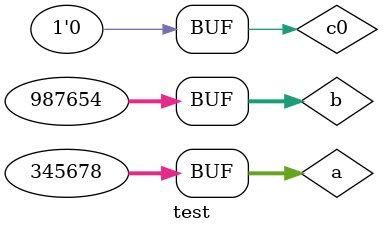
<source format=v>
`timescale 1ns / 1ps


module test;

	// Inputs
	reg [31:0] a;
	reg [31:0] b;
	reg c0;

	// Outputs
	wire [31:0] s;
	wire cout;

	// Instantiate the Unit Under Test (UUT)
	thirtyTwoBitsFullAdder uut (
		.a(a), 
		.b(b), 
		.s(s), 
		.c0(c0), 
		.cout(cout)
	);

	initial begin
		#100;		
		a = 32'hffffffff;
		b = 32'hfffffffff;
		c0 = 0;	

		// Wait 100 ns for global reset to finish
		#100;		
		a = 32'hffffffff;
		b = 32'hfffffaff;
		c0 = 1;	
		
		#100;		
		a = 1092657;
		b = 1534;
		c0 = 0;

		#100;		
		a = 2526234;
		b = 1274323;
		c0 = 0;

		#100;		
		a = 90221;
		b = 8821000;
		c0 = 0;

		#100;		
		a = 12;
		b = 10;
		c0 = 0;

		#100;		
		a = 15;
		b = 15;
		c0 = 0;

		#100;		
		a = 3;
		b = 4;
		c0 = 0;

		#100;		
		a = 15;
		b = 15;
		c0 = 1;

		#100;		
		a = 9;
		b = 9;
		c0 = 0;

		#100;		
		a = 5;
		b = 1;
		c0 = 0;
		
		#100;		
		a = 345678;
		b = 987654;
		c0 = 0;		

		// Add stimulus here

	end
      
endmodule


</source>
